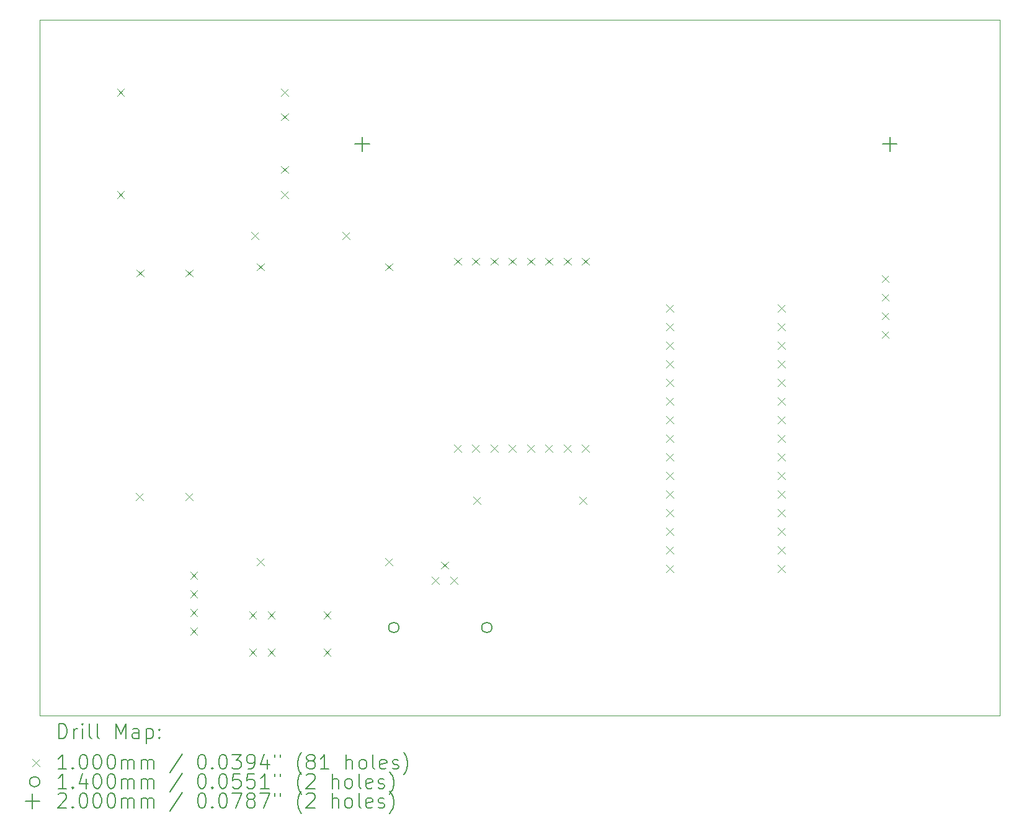
<source format=gbr>
%TF.GenerationSoftware,KiCad,Pcbnew,8.0.0*%
%TF.CreationDate,2024-04-01T01:40:06+02:00*%
%TF.ProjectId,smartSensor,736d6172-7453-4656-9e73-6f722e6b6963,rev?*%
%TF.SameCoordinates,Original*%
%TF.FileFunction,Drillmap*%
%TF.FilePolarity,Positive*%
%FSLAX45Y45*%
G04 Gerber Fmt 4.5, Leading zero omitted, Abs format (unit mm)*
G04 Created by KiCad (PCBNEW 8.0.0) date 2024-04-01 01:40:06*
%MOMM*%
%LPD*%
G01*
G04 APERTURE LIST*
%ADD10C,0.050000*%
%ADD11C,0.200000*%
%ADD12C,0.100000*%
%ADD13C,0.140000*%
G04 APERTURE END LIST*
D10*
X5300000Y-5500000D02*
X18400000Y-5500000D01*
X18400000Y-15000000D01*
X5300000Y-15000000D01*
X5300000Y-5500000D01*
D11*
D12*
X6351000Y-6440000D02*
X6451000Y-6540000D01*
X6451000Y-6440000D02*
X6351000Y-6540000D01*
X6351000Y-7840000D02*
X6451000Y-7940000D01*
X6451000Y-7840000D02*
X6351000Y-7940000D01*
X6612000Y-11961000D02*
X6712000Y-12061000D01*
X6712000Y-11961000D02*
X6612000Y-12061000D01*
X6619000Y-8911000D02*
X6719000Y-9011000D01*
X6719000Y-8911000D02*
X6619000Y-9011000D01*
X7289000Y-8911000D02*
X7389000Y-9011000D01*
X7389000Y-8911000D02*
X7289000Y-9011000D01*
X7289000Y-11961000D02*
X7389000Y-12061000D01*
X7389000Y-11961000D02*
X7289000Y-12061000D01*
X7350000Y-13042000D02*
X7450000Y-13142000D01*
X7450000Y-13042000D02*
X7350000Y-13142000D01*
X7350000Y-13296000D02*
X7450000Y-13396000D01*
X7450000Y-13296000D02*
X7350000Y-13396000D01*
X7350000Y-13550000D02*
X7450000Y-13650000D01*
X7450000Y-13550000D02*
X7350000Y-13650000D01*
X7350000Y-13804000D02*
X7450000Y-13904000D01*
X7450000Y-13804000D02*
X7350000Y-13904000D01*
X8154250Y-13582750D02*
X8254250Y-13682750D01*
X8254250Y-13582750D02*
X8154250Y-13682750D01*
X8154250Y-14090750D02*
X8254250Y-14190750D01*
X8254250Y-14090750D02*
X8154250Y-14190750D01*
X8181000Y-8401000D02*
X8281000Y-8501000D01*
X8281000Y-8401000D02*
X8181000Y-8501000D01*
X8260000Y-8826000D02*
X8360000Y-8926000D01*
X8360000Y-8826000D02*
X8260000Y-8926000D01*
X8260000Y-12854000D02*
X8360000Y-12954000D01*
X8360000Y-12854000D02*
X8260000Y-12954000D01*
X8408250Y-13582750D02*
X8508250Y-13682750D01*
X8508250Y-13582750D02*
X8408250Y-13682750D01*
X8408250Y-14090750D02*
X8508250Y-14190750D01*
X8508250Y-14090750D02*
X8408250Y-14190750D01*
X8591000Y-6440000D02*
X8691000Y-6540000D01*
X8691000Y-6440000D02*
X8591000Y-6540000D01*
X8591000Y-6778000D02*
X8691000Y-6878000D01*
X8691000Y-6778000D02*
X8591000Y-6878000D01*
X8591000Y-7498000D02*
X8691000Y-7598000D01*
X8691000Y-7498000D02*
X8591000Y-7598000D01*
X8591000Y-7839000D02*
X8691000Y-7939000D01*
X8691000Y-7839000D02*
X8591000Y-7939000D01*
X9170250Y-13582750D02*
X9270250Y-13682750D01*
X9270250Y-13582750D02*
X9170250Y-13682750D01*
X9170250Y-14090750D02*
X9270250Y-14190750D01*
X9270250Y-14090750D02*
X9170250Y-14190750D01*
X9431000Y-8401000D02*
X9531000Y-8501000D01*
X9531000Y-8401000D02*
X9431000Y-8501000D01*
X10010000Y-8826000D02*
X10110000Y-8926000D01*
X10110000Y-8826000D02*
X10010000Y-8926000D01*
X10010000Y-12854000D02*
X10110000Y-12954000D01*
X10110000Y-12854000D02*
X10010000Y-12954000D01*
X10650000Y-13110000D02*
X10750000Y-13210000D01*
X10750000Y-13110000D02*
X10650000Y-13210000D01*
X10777000Y-12900000D02*
X10877000Y-13000000D01*
X10877000Y-12900000D02*
X10777000Y-13000000D01*
X10900000Y-13110000D02*
X11000000Y-13210000D01*
X11000000Y-13110000D02*
X10900000Y-13210000D01*
X10950000Y-8750000D02*
X11050000Y-8850000D01*
X11050000Y-8750000D02*
X10950000Y-8850000D01*
X10950000Y-11300000D02*
X11050000Y-11400000D01*
X11050000Y-11300000D02*
X10950000Y-11400000D01*
X11200000Y-8750000D02*
X11300000Y-8850000D01*
X11300000Y-8750000D02*
X11200000Y-8850000D01*
X11200000Y-11300000D02*
X11300000Y-11400000D01*
X11300000Y-11300000D02*
X11200000Y-11400000D01*
X11215000Y-12014000D02*
X11315000Y-12114000D01*
X11315000Y-12014000D02*
X11215000Y-12114000D01*
X11450000Y-8750000D02*
X11550000Y-8850000D01*
X11550000Y-8750000D02*
X11450000Y-8850000D01*
X11450000Y-11300000D02*
X11550000Y-11400000D01*
X11550000Y-11300000D02*
X11450000Y-11400000D01*
X11700000Y-8750000D02*
X11800000Y-8850000D01*
X11800000Y-8750000D02*
X11700000Y-8850000D01*
X11700000Y-11300000D02*
X11800000Y-11400000D01*
X11800000Y-11300000D02*
X11700000Y-11400000D01*
X11950000Y-8750000D02*
X12050000Y-8850000D01*
X12050000Y-8750000D02*
X11950000Y-8850000D01*
X11950000Y-11300000D02*
X12050000Y-11400000D01*
X12050000Y-11300000D02*
X11950000Y-11400000D01*
X12200000Y-8750000D02*
X12300000Y-8850000D01*
X12300000Y-8750000D02*
X12200000Y-8850000D01*
X12200000Y-11300000D02*
X12300000Y-11400000D01*
X12300000Y-11300000D02*
X12200000Y-11400000D01*
X12450000Y-8750000D02*
X12550000Y-8850000D01*
X12550000Y-8750000D02*
X12450000Y-8850000D01*
X12450000Y-11300000D02*
X12550000Y-11400000D01*
X12550000Y-11300000D02*
X12450000Y-11400000D01*
X12665000Y-12014000D02*
X12765000Y-12114000D01*
X12765000Y-12014000D02*
X12665000Y-12114000D01*
X12700000Y-8750000D02*
X12800000Y-8850000D01*
X12800000Y-8750000D02*
X12700000Y-8850000D01*
X12700000Y-11300000D02*
X12800000Y-11400000D01*
X12800000Y-11300000D02*
X12700000Y-11400000D01*
X13850000Y-9388000D02*
X13950000Y-9488000D01*
X13950000Y-9388000D02*
X13850000Y-9488000D01*
X13850000Y-9642000D02*
X13950000Y-9742000D01*
X13950000Y-9642000D02*
X13850000Y-9742000D01*
X13850000Y-9896000D02*
X13950000Y-9996000D01*
X13950000Y-9896000D02*
X13850000Y-9996000D01*
X13850000Y-10150000D02*
X13950000Y-10250000D01*
X13950000Y-10150000D02*
X13850000Y-10250000D01*
X13850000Y-10404000D02*
X13950000Y-10504000D01*
X13950000Y-10404000D02*
X13850000Y-10504000D01*
X13850000Y-10658000D02*
X13950000Y-10758000D01*
X13950000Y-10658000D02*
X13850000Y-10758000D01*
X13850000Y-10912000D02*
X13950000Y-11012000D01*
X13950000Y-10912000D02*
X13850000Y-11012000D01*
X13850000Y-11166000D02*
X13950000Y-11266000D01*
X13950000Y-11166000D02*
X13850000Y-11266000D01*
X13850000Y-11420000D02*
X13950000Y-11520000D01*
X13950000Y-11420000D02*
X13850000Y-11520000D01*
X13850000Y-11674000D02*
X13950000Y-11774000D01*
X13950000Y-11674000D02*
X13850000Y-11774000D01*
X13850000Y-11928000D02*
X13950000Y-12028000D01*
X13950000Y-11928000D02*
X13850000Y-12028000D01*
X13850000Y-12182000D02*
X13950000Y-12282000D01*
X13950000Y-12182000D02*
X13850000Y-12282000D01*
X13850000Y-12436000D02*
X13950000Y-12536000D01*
X13950000Y-12436000D02*
X13850000Y-12536000D01*
X13850000Y-12690000D02*
X13950000Y-12790000D01*
X13950000Y-12690000D02*
X13850000Y-12790000D01*
X13850000Y-12944000D02*
X13950000Y-13044000D01*
X13950000Y-12944000D02*
X13850000Y-13044000D01*
X15374000Y-9388000D02*
X15474000Y-9488000D01*
X15474000Y-9388000D02*
X15374000Y-9488000D01*
X15374000Y-9642000D02*
X15474000Y-9742000D01*
X15474000Y-9642000D02*
X15374000Y-9742000D01*
X15374000Y-9896000D02*
X15474000Y-9996000D01*
X15474000Y-9896000D02*
X15374000Y-9996000D01*
X15374000Y-10150000D02*
X15474000Y-10250000D01*
X15474000Y-10150000D02*
X15374000Y-10250000D01*
X15374000Y-10404000D02*
X15474000Y-10504000D01*
X15474000Y-10404000D02*
X15374000Y-10504000D01*
X15374000Y-10658000D02*
X15474000Y-10758000D01*
X15474000Y-10658000D02*
X15374000Y-10758000D01*
X15374000Y-10912000D02*
X15474000Y-11012000D01*
X15474000Y-10912000D02*
X15374000Y-11012000D01*
X15374000Y-11166000D02*
X15474000Y-11266000D01*
X15474000Y-11166000D02*
X15374000Y-11266000D01*
X15374000Y-11420000D02*
X15474000Y-11520000D01*
X15474000Y-11420000D02*
X15374000Y-11520000D01*
X15374000Y-11674000D02*
X15474000Y-11774000D01*
X15474000Y-11674000D02*
X15374000Y-11774000D01*
X15374000Y-11928000D02*
X15474000Y-12028000D01*
X15474000Y-11928000D02*
X15374000Y-12028000D01*
X15374000Y-12182000D02*
X15474000Y-12282000D01*
X15474000Y-12182000D02*
X15374000Y-12282000D01*
X15374000Y-12436000D02*
X15474000Y-12536000D01*
X15474000Y-12436000D02*
X15374000Y-12536000D01*
X15374000Y-12690000D02*
X15474000Y-12790000D01*
X15474000Y-12690000D02*
X15374000Y-12790000D01*
X15374000Y-12944000D02*
X15474000Y-13044000D01*
X15474000Y-12944000D02*
X15374000Y-13044000D01*
X16790000Y-8988000D02*
X16890000Y-9088000D01*
X16890000Y-8988000D02*
X16790000Y-9088000D01*
X16790000Y-9242000D02*
X16890000Y-9342000D01*
X16890000Y-9242000D02*
X16790000Y-9342000D01*
X16790000Y-9496000D02*
X16890000Y-9596000D01*
X16890000Y-9496000D02*
X16790000Y-9596000D01*
X16790000Y-9750000D02*
X16890000Y-9850000D01*
X16890000Y-9750000D02*
X16790000Y-9850000D01*
D13*
X10200000Y-13800000D02*
G75*
G02*
X10060000Y-13800000I-70000J0D01*
G01*
X10060000Y-13800000D02*
G75*
G02*
X10200000Y-13800000I70000J0D01*
G01*
X11470000Y-13800000D02*
G75*
G02*
X11330000Y-13800000I-70000J0D01*
G01*
X11330000Y-13800000D02*
G75*
G02*
X11470000Y-13800000I70000J0D01*
G01*
D11*
X9700000Y-7100000D02*
X9700000Y-7300000D01*
X9600000Y-7200000D02*
X9800000Y-7200000D01*
X16900000Y-7100000D02*
X16900000Y-7300000D01*
X16800000Y-7200000D02*
X17000000Y-7200000D01*
X5558277Y-15313984D02*
X5558277Y-15113984D01*
X5558277Y-15113984D02*
X5605896Y-15113984D01*
X5605896Y-15113984D02*
X5634467Y-15123508D01*
X5634467Y-15123508D02*
X5653515Y-15142555D01*
X5653515Y-15142555D02*
X5663039Y-15161603D01*
X5663039Y-15161603D02*
X5672562Y-15199698D01*
X5672562Y-15199698D02*
X5672562Y-15228269D01*
X5672562Y-15228269D02*
X5663039Y-15266365D01*
X5663039Y-15266365D02*
X5653515Y-15285412D01*
X5653515Y-15285412D02*
X5634467Y-15304460D01*
X5634467Y-15304460D02*
X5605896Y-15313984D01*
X5605896Y-15313984D02*
X5558277Y-15313984D01*
X5758277Y-15313984D02*
X5758277Y-15180650D01*
X5758277Y-15218746D02*
X5767801Y-15199698D01*
X5767801Y-15199698D02*
X5777324Y-15190174D01*
X5777324Y-15190174D02*
X5796372Y-15180650D01*
X5796372Y-15180650D02*
X5815420Y-15180650D01*
X5882086Y-15313984D02*
X5882086Y-15180650D01*
X5882086Y-15113984D02*
X5872562Y-15123508D01*
X5872562Y-15123508D02*
X5882086Y-15133031D01*
X5882086Y-15133031D02*
X5891610Y-15123508D01*
X5891610Y-15123508D02*
X5882086Y-15113984D01*
X5882086Y-15113984D02*
X5882086Y-15133031D01*
X6005896Y-15313984D02*
X5986848Y-15304460D01*
X5986848Y-15304460D02*
X5977324Y-15285412D01*
X5977324Y-15285412D02*
X5977324Y-15113984D01*
X6110658Y-15313984D02*
X6091610Y-15304460D01*
X6091610Y-15304460D02*
X6082086Y-15285412D01*
X6082086Y-15285412D02*
X6082086Y-15113984D01*
X6339229Y-15313984D02*
X6339229Y-15113984D01*
X6339229Y-15113984D02*
X6405896Y-15256841D01*
X6405896Y-15256841D02*
X6472562Y-15113984D01*
X6472562Y-15113984D02*
X6472562Y-15313984D01*
X6653515Y-15313984D02*
X6653515Y-15209222D01*
X6653515Y-15209222D02*
X6643991Y-15190174D01*
X6643991Y-15190174D02*
X6624943Y-15180650D01*
X6624943Y-15180650D02*
X6586848Y-15180650D01*
X6586848Y-15180650D02*
X6567801Y-15190174D01*
X6653515Y-15304460D02*
X6634467Y-15313984D01*
X6634467Y-15313984D02*
X6586848Y-15313984D01*
X6586848Y-15313984D02*
X6567801Y-15304460D01*
X6567801Y-15304460D02*
X6558277Y-15285412D01*
X6558277Y-15285412D02*
X6558277Y-15266365D01*
X6558277Y-15266365D02*
X6567801Y-15247317D01*
X6567801Y-15247317D02*
X6586848Y-15237793D01*
X6586848Y-15237793D02*
X6634467Y-15237793D01*
X6634467Y-15237793D02*
X6653515Y-15228269D01*
X6748753Y-15180650D02*
X6748753Y-15380650D01*
X6748753Y-15190174D02*
X6767801Y-15180650D01*
X6767801Y-15180650D02*
X6805896Y-15180650D01*
X6805896Y-15180650D02*
X6824943Y-15190174D01*
X6824943Y-15190174D02*
X6834467Y-15199698D01*
X6834467Y-15199698D02*
X6843991Y-15218746D01*
X6843991Y-15218746D02*
X6843991Y-15275888D01*
X6843991Y-15275888D02*
X6834467Y-15294936D01*
X6834467Y-15294936D02*
X6824943Y-15304460D01*
X6824943Y-15304460D02*
X6805896Y-15313984D01*
X6805896Y-15313984D02*
X6767801Y-15313984D01*
X6767801Y-15313984D02*
X6748753Y-15304460D01*
X6929705Y-15294936D02*
X6939229Y-15304460D01*
X6939229Y-15304460D02*
X6929705Y-15313984D01*
X6929705Y-15313984D02*
X6920182Y-15304460D01*
X6920182Y-15304460D02*
X6929705Y-15294936D01*
X6929705Y-15294936D02*
X6929705Y-15313984D01*
X6929705Y-15190174D02*
X6939229Y-15199698D01*
X6939229Y-15199698D02*
X6929705Y-15209222D01*
X6929705Y-15209222D02*
X6920182Y-15199698D01*
X6920182Y-15199698D02*
X6929705Y-15190174D01*
X6929705Y-15190174D02*
X6929705Y-15209222D01*
D12*
X5197500Y-15592500D02*
X5297500Y-15692500D01*
X5297500Y-15592500D02*
X5197500Y-15692500D01*
D11*
X5663039Y-15733984D02*
X5548753Y-15733984D01*
X5605896Y-15733984D02*
X5605896Y-15533984D01*
X5605896Y-15533984D02*
X5586848Y-15562555D01*
X5586848Y-15562555D02*
X5567801Y-15581603D01*
X5567801Y-15581603D02*
X5548753Y-15591127D01*
X5748753Y-15714936D02*
X5758277Y-15724460D01*
X5758277Y-15724460D02*
X5748753Y-15733984D01*
X5748753Y-15733984D02*
X5739229Y-15724460D01*
X5739229Y-15724460D02*
X5748753Y-15714936D01*
X5748753Y-15714936D02*
X5748753Y-15733984D01*
X5882086Y-15533984D02*
X5901134Y-15533984D01*
X5901134Y-15533984D02*
X5920182Y-15543508D01*
X5920182Y-15543508D02*
X5929705Y-15553031D01*
X5929705Y-15553031D02*
X5939229Y-15572079D01*
X5939229Y-15572079D02*
X5948753Y-15610174D01*
X5948753Y-15610174D02*
X5948753Y-15657793D01*
X5948753Y-15657793D02*
X5939229Y-15695888D01*
X5939229Y-15695888D02*
X5929705Y-15714936D01*
X5929705Y-15714936D02*
X5920182Y-15724460D01*
X5920182Y-15724460D02*
X5901134Y-15733984D01*
X5901134Y-15733984D02*
X5882086Y-15733984D01*
X5882086Y-15733984D02*
X5863039Y-15724460D01*
X5863039Y-15724460D02*
X5853515Y-15714936D01*
X5853515Y-15714936D02*
X5843991Y-15695888D01*
X5843991Y-15695888D02*
X5834467Y-15657793D01*
X5834467Y-15657793D02*
X5834467Y-15610174D01*
X5834467Y-15610174D02*
X5843991Y-15572079D01*
X5843991Y-15572079D02*
X5853515Y-15553031D01*
X5853515Y-15553031D02*
X5863039Y-15543508D01*
X5863039Y-15543508D02*
X5882086Y-15533984D01*
X6072562Y-15533984D02*
X6091610Y-15533984D01*
X6091610Y-15533984D02*
X6110658Y-15543508D01*
X6110658Y-15543508D02*
X6120182Y-15553031D01*
X6120182Y-15553031D02*
X6129705Y-15572079D01*
X6129705Y-15572079D02*
X6139229Y-15610174D01*
X6139229Y-15610174D02*
X6139229Y-15657793D01*
X6139229Y-15657793D02*
X6129705Y-15695888D01*
X6129705Y-15695888D02*
X6120182Y-15714936D01*
X6120182Y-15714936D02*
X6110658Y-15724460D01*
X6110658Y-15724460D02*
X6091610Y-15733984D01*
X6091610Y-15733984D02*
X6072562Y-15733984D01*
X6072562Y-15733984D02*
X6053515Y-15724460D01*
X6053515Y-15724460D02*
X6043991Y-15714936D01*
X6043991Y-15714936D02*
X6034467Y-15695888D01*
X6034467Y-15695888D02*
X6024943Y-15657793D01*
X6024943Y-15657793D02*
X6024943Y-15610174D01*
X6024943Y-15610174D02*
X6034467Y-15572079D01*
X6034467Y-15572079D02*
X6043991Y-15553031D01*
X6043991Y-15553031D02*
X6053515Y-15543508D01*
X6053515Y-15543508D02*
X6072562Y-15533984D01*
X6263039Y-15533984D02*
X6282086Y-15533984D01*
X6282086Y-15533984D02*
X6301134Y-15543508D01*
X6301134Y-15543508D02*
X6310658Y-15553031D01*
X6310658Y-15553031D02*
X6320182Y-15572079D01*
X6320182Y-15572079D02*
X6329705Y-15610174D01*
X6329705Y-15610174D02*
X6329705Y-15657793D01*
X6329705Y-15657793D02*
X6320182Y-15695888D01*
X6320182Y-15695888D02*
X6310658Y-15714936D01*
X6310658Y-15714936D02*
X6301134Y-15724460D01*
X6301134Y-15724460D02*
X6282086Y-15733984D01*
X6282086Y-15733984D02*
X6263039Y-15733984D01*
X6263039Y-15733984D02*
X6243991Y-15724460D01*
X6243991Y-15724460D02*
X6234467Y-15714936D01*
X6234467Y-15714936D02*
X6224943Y-15695888D01*
X6224943Y-15695888D02*
X6215420Y-15657793D01*
X6215420Y-15657793D02*
X6215420Y-15610174D01*
X6215420Y-15610174D02*
X6224943Y-15572079D01*
X6224943Y-15572079D02*
X6234467Y-15553031D01*
X6234467Y-15553031D02*
X6243991Y-15543508D01*
X6243991Y-15543508D02*
X6263039Y-15533984D01*
X6415420Y-15733984D02*
X6415420Y-15600650D01*
X6415420Y-15619698D02*
X6424943Y-15610174D01*
X6424943Y-15610174D02*
X6443991Y-15600650D01*
X6443991Y-15600650D02*
X6472563Y-15600650D01*
X6472563Y-15600650D02*
X6491610Y-15610174D01*
X6491610Y-15610174D02*
X6501134Y-15629222D01*
X6501134Y-15629222D02*
X6501134Y-15733984D01*
X6501134Y-15629222D02*
X6510658Y-15610174D01*
X6510658Y-15610174D02*
X6529705Y-15600650D01*
X6529705Y-15600650D02*
X6558277Y-15600650D01*
X6558277Y-15600650D02*
X6577324Y-15610174D01*
X6577324Y-15610174D02*
X6586848Y-15629222D01*
X6586848Y-15629222D02*
X6586848Y-15733984D01*
X6682086Y-15733984D02*
X6682086Y-15600650D01*
X6682086Y-15619698D02*
X6691610Y-15610174D01*
X6691610Y-15610174D02*
X6710658Y-15600650D01*
X6710658Y-15600650D02*
X6739229Y-15600650D01*
X6739229Y-15600650D02*
X6758277Y-15610174D01*
X6758277Y-15610174D02*
X6767801Y-15629222D01*
X6767801Y-15629222D02*
X6767801Y-15733984D01*
X6767801Y-15629222D02*
X6777324Y-15610174D01*
X6777324Y-15610174D02*
X6796372Y-15600650D01*
X6796372Y-15600650D02*
X6824943Y-15600650D01*
X6824943Y-15600650D02*
X6843991Y-15610174D01*
X6843991Y-15610174D02*
X6853515Y-15629222D01*
X6853515Y-15629222D02*
X6853515Y-15733984D01*
X7243991Y-15524460D02*
X7072563Y-15781603D01*
X7501134Y-15533984D02*
X7520182Y-15533984D01*
X7520182Y-15533984D02*
X7539229Y-15543508D01*
X7539229Y-15543508D02*
X7548753Y-15553031D01*
X7548753Y-15553031D02*
X7558277Y-15572079D01*
X7558277Y-15572079D02*
X7567801Y-15610174D01*
X7567801Y-15610174D02*
X7567801Y-15657793D01*
X7567801Y-15657793D02*
X7558277Y-15695888D01*
X7558277Y-15695888D02*
X7548753Y-15714936D01*
X7548753Y-15714936D02*
X7539229Y-15724460D01*
X7539229Y-15724460D02*
X7520182Y-15733984D01*
X7520182Y-15733984D02*
X7501134Y-15733984D01*
X7501134Y-15733984D02*
X7482086Y-15724460D01*
X7482086Y-15724460D02*
X7472563Y-15714936D01*
X7472563Y-15714936D02*
X7463039Y-15695888D01*
X7463039Y-15695888D02*
X7453515Y-15657793D01*
X7453515Y-15657793D02*
X7453515Y-15610174D01*
X7453515Y-15610174D02*
X7463039Y-15572079D01*
X7463039Y-15572079D02*
X7472563Y-15553031D01*
X7472563Y-15553031D02*
X7482086Y-15543508D01*
X7482086Y-15543508D02*
X7501134Y-15533984D01*
X7653515Y-15714936D02*
X7663039Y-15724460D01*
X7663039Y-15724460D02*
X7653515Y-15733984D01*
X7653515Y-15733984D02*
X7643991Y-15724460D01*
X7643991Y-15724460D02*
X7653515Y-15714936D01*
X7653515Y-15714936D02*
X7653515Y-15733984D01*
X7786848Y-15533984D02*
X7805896Y-15533984D01*
X7805896Y-15533984D02*
X7824944Y-15543508D01*
X7824944Y-15543508D02*
X7834467Y-15553031D01*
X7834467Y-15553031D02*
X7843991Y-15572079D01*
X7843991Y-15572079D02*
X7853515Y-15610174D01*
X7853515Y-15610174D02*
X7853515Y-15657793D01*
X7853515Y-15657793D02*
X7843991Y-15695888D01*
X7843991Y-15695888D02*
X7834467Y-15714936D01*
X7834467Y-15714936D02*
X7824944Y-15724460D01*
X7824944Y-15724460D02*
X7805896Y-15733984D01*
X7805896Y-15733984D02*
X7786848Y-15733984D01*
X7786848Y-15733984D02*
X7767801Y-15724460D01*
X7767801Y-15724460D02*
X7758277Y-15714936D01*
X7758277Y-15714936D02*
X7748753Y-15695888D01*
X7748753Y-15695888D02*
X7739229Y-15657793D01*
X7739229Y-15657793D02*
X7739229Y-15610174D01*
X7739229Y-15610174D02*
X7748753Y-15572079D01*
X7748753Y-15572079D02*
X7758277Y-15553031D01*
X7758277Y-15553031D02*
X7767801Y-15543508D01*
X7767801Y-15543508D02*
X7786848Y-15533984D01*
X7920182Y-15533984D02*
X8043991Y-15533984D01*
X8043991Y-15533984D02*
X7977325Y-15610174D01*
X7977325Y-15610174D02*
X8005896Y-15610174D01*
X8005896Y-15610174D02*
X8024944Y-15619698D01*
X8024944Y-15619698D02*
X8034467Y-15629222D01*
X8034467Y-15629222D02*
X8043991Y-15648269D01*
X8043991Y-15648269D02*
X8043991Y-15695888D01*
X8043991Y-15695888D02*
X8034467Y-15714936D01*
X8034467Y-15714936D02*
X8024944Y-15724460D01*
X8024944Y-15724460D02*
X8005896Y-15733984D01*
X8005896Y-15733984D02*
X7948753Y-15733984D01*
X7948753Y-15733984D02*
X7929706Y-15724460D01*
X7929706Y-15724460D02*
X7920182Y-15714936D01*
X8139229Y-15733984D02*
X8177325Y-15733984D01*
X8177325Y-15733984D02*
X8196372Y-15724460D01*
X8196372Y-15724460D02*
X8205896Y-15714936D01*
X8205896Y-15714936D02*
X8224944Y-15686365D01*
X8224944Y-15686365D02*
X8234467Y-15648269D01*
X8234467Y-15648269D02*
X8234467Y-15572079D01*
X8234467Y-15572079D02*
X8224944Y-15553031D01*
X8224944Y-15553031D02*
X8215420Y-15543508D01*
X8215420Y-15543508D02*
X8196372Y-15533984D01*
X8196372Y-15533984D02*
X8158277Y-15533984D01*
X8158277Y-15533984D02*
X8139229Y-15543508D01*
X8139229Y-15543508D02*
X8129706Y-15553031D01*
X8129706Y-15553031D02*
X8120182Y-15572079D01*
X8120182Y-15572079D02*
X8120182Y-15619698D01*
X8120182Y-15619698D02*
X8129706Y-15638746D01*
X8129706Y-15638746D02*
X8139229Y-15648269D01*
X8139229Y-15648269D02*
X8158277Y-15657793D01*
X8158277Y-15657793D02*
X8196372Y-15657793D01*
X8196372Y-15657793D02*
X8215420Y-15648269D01*
X8215420Y-15648269D02*
X8224944Y-15638746D01*
X8224944Y-15638746D02*
X8234467Y-15619698D01*
X8405896Y-15600650D02*
X8405896Y-15733984D01*
X8358277Y-15524460D02*
X8310658Y-15667317D01*
X8310658Y-15667317D02*
X8434468Y-15667317D01*
X8501134Y-15533984D02*
X8501134Y-15572079D01*
X8577325Y-15533984D02*
X8577325Y-15572079D01*
X8872563Y-15810174D02*
X8863039Y-15800650D01*
X8863039Y-15800650D02*
X8843991Y-15772079D01*
X8843991Y-15772079D02*
X8834468Y-15753031D01*
X8834468Y-15753031D02*
X8824944Y-15724460D01*
X8824944Y-15724460D02*
X8815420Y-15676841D01*
X8815420Y-15676841D02*
X8815420Y-15638746D01*
X8815420Y-15638746D02*
X8824944Y-15591127D01*
X8824944Y-15591127D02*
X8834468Y-15562555D01*
X8834468Y-15562555D02*
X8843991Y-15543508D01*
X8843991Y-15543508D02*
X8863039Y-15514936D01*
X8863039Y-15514936D02*
X8872563Y-15505412D01*
X8977325Y-15619698D02*
X8958277Y-15610174D01*
X8958277Y-15610174D02*
X8948753Y-15600650D01*
X8948753Y-15600650D02*
X8939230Y-15581603D01*
X8939230Y-15581603D02*
X8939230Y-15572079D01*
X8939230Y-15572079D02*
X8948753Y-15553031D01*
X8948753Y-15553031D02*
X8958277Y-15543508D01*
X8958277Y-15543508D02*
X8977325Y-15533984D01*
X8977325Y-15533984D02*
X9015420Y-15533984D01*
X9015420Y-15533984D02*
X9034468Y-15543508D01*
X9034468Y-15543508D02*
X9043991Y-15553031D01*
X9043991Y-15553031D02*
X9053515Y-15572079D01*
X9053515Y-15572079D02*
X9053515Y-15581603D01*
X9053515Y-15581603D02*
X9043991Y-15600650D01*
X9043991Y-15600650D02*
X9034468Y-15610174D01*
X9034468Y-15610174D02*
X9015420Y-15619698D01*
X9015420Y-15619698D02*
X8977325Y-15619698D01*
X8977325Y-15619698D02*
X8958277Y-15629222D01*
X8958277Y-15629222D02*
X8948753Y-15638746D01*
X8948753Y-15638746D02*
X8939230Y-15657793D01*
X8939230Y-15657793D02*
X8939230Y-15695888D01*
X8939230Y-15695888D02*
X8948753Y-15714936D01*
X8948753Y-15714936D02*
X8958277Y-15724460D01*
X8958277Y-15724460D02*
X8977325Y-15733984D01*
X8977325Y-15733984D02*
X9015420Y-15733984D01*
X9015420Y-15733984D02*
X9034468Y-15724460D01*
X9034468Y-15724460D02*
X9043991Y-15714936D01*
X9043991Y-15714936D02*
X9053515Y-15695888D01*
X9053515Y-15695888D02*
X9053515Y-15657793D01*
X9053515Y-15657793D02*
X9043991Y-15638746D01*
X9043991Y-15638746D02*
X9034468Y-15629222D01*
X9034468Y-15629222D02*
X9015420Y-15619698D01*
X9243991Y-15733984D02*
X9129706Y-15733984D01*
X9186849Y-15733984D02*
X9186849Y-15533984D01*
X9186849Y-15533984D02*
X9167801Y-15562555D01*
X9167801Y-15562555D02*
X9148753Y-15581603D01*
X9148753Y-15581603D02*
X9129706Y-15591127D01*
X9482087Y-15733984D02*
X9482087Y-15533984D01*
X9567801Y-15733984D02*
X9567801Y-15629222D01*
X9567801Y-15629222D02*
X9558277Y-15610174D01*
X9558277Y-15610174D02*
X9539230Y-15600650D01*
X9539230Y-15600650D02*
X9510658Y-15600650D01*
X9510658Y-15600650D02*
X9491611Y-15610174D01*
X9491611Y-15610174D02*
X9482087Y-15619698D01*
X9691611Y-15733984D02*
X9672563Y-15724460D01*
X9672563Y-15724460D02*
X9663039Y-15714936D01*
X9663039Y-15714936D02*
X9653515Y-15695888D01*
X9653515Y-15695888D02*
X9653515Y-15638746D01*
X9653515Y-15638746D02*
X9663039Y-15619698D01*
X9663039Y-15619698D02*
X9672563Y-15610174D01*
X9672563Y-15610174D02*
X9691611Y-15600650D01*
X9691611Y-15600650D02*
X9720182Y-15600650D01*
X9720182Y-15600650D02*
X9739230Y-15610174D01*
X9739230Y-15610174D02*
X9748753Y-15619698D01*
X9748753Y-15619698D02*
X9758277Y-15638746D01*
X9758277Y-15638746D02*
X9758277Y-15695888D01*
X9758277Y-15695888D02*
X9748753Y-15714936D01*
X9748753Y-15714936D02*
X9739230Y-15724460D01*
X9739230Y-15724460D02*
X9720182Y-15733984D01*
X9720182Y-15733984D02*
X9691611Y-15733984D01*
X9872563Y-15733984D02*
X9853515Y-15724460D01*
X9853515Y-15724460D02*
X9843992Y-15705412D01*
X9843992Y-15705412D02*
X9843992Y-15533984D01*
X10024944Y-15724460D02*
X10005896Y-15733984D01*
X10005896Y-15733984D02*
X9967801Y-15733984D01*
X9967801Y-15733984D02*
X9948753Y-15724460D01*
X9948753Y-15724460D02*
X9939230Y-15705412D01*
X9939230Y-15705412D02*
X9939230Y-15629222D01*
X9939230Y-15629222D02*
X9948753Y-15610174D01*
X9948753Y-15610174D02*
X9967801Y-15600650D01*
X9967801Y-15600650D02*
X10005896Y-15600650D01*
X10005896Y-15600650D02*
X10024944Y-15610174D01*
X10024944Y-15610174D02*
X10034468Y-15629222D01*
X10034468Y-15629222D02*
X10034468Y-15648269D01*
X10034468Y-15648269D02*
X9939230Y-15667317D01*
X10110658Y-15724460D02*
X10129706Y-15733984D01*
X10129706Y-15733984D02*
X10167801Y-15733984D01*
X10167801Y-15733984D02*
X10186849Y-15724460D01*
X10186849Y-15724460D02*
X10196373Y-15705412D01*
X10196373Y-15705412D02*
X10196373Y-15695888D01*
X10196373Y-15695888D02*
X10186849Y-15676841D01*
X10186849Y-15676841D02*
X10167801Y-15667317D01*
X10167801Y-15667317D02*
X10139230Y-15667317D01*
X10139230Y-15667317D02*
X10120182Y-15657793D01*
X10120182Y-15657793D02*
X10110658Y-15638746D01*
X10110658Y-15638746D02*
X10110658Y-15629222D01*
X10110658Y-15629222D02*
X10120182Y-15610174D01*
X10120182Y-15610174D02*
X10139230Y-15600650D01*
X10139230Y-15600650D02*
X10167801Y-15600650D01*
X10167801Y-15600650D02*
X10186849Y-15610174D01*
X10263039Y-15810174D02*
X10272563Y-15800650D01*
X10272563Y-15800650D02*
X10291611Y-15772079D01*
X10291611Y-15772079D02*
X10301134Y-15753031D01*
X10301134Y-15753031D02*
X10310658Y-15724460D01*
X10310658Y-15724460D02*
X10320182Y-15676841D01*
X10320182Y-15676841D02*
X10320182Y-15638746D01*
X10320182Y-15638746D02*
X10310658Y-15591127D01*
X10310658Y-15591127D02*
X10301134Y-15562555D01*
X10301134Y-15562555D02*
X10291611Y-15543508D01*
X10291611Y-15543508D02*
X10272563Y-15514936D01*
X10272563Y-15514936D02*
X10263039Y-15505412D01*
D13*
X5297500Y-15906500D02*
G75*
G02*
X5157500Y-15906500I-70000J0D01*
G01*
X5157500Y-15906500D02*
G75*
G02*
X5297500Y-15906500I70000J0D01*
G01*
D11*
X5663039Y-15997984D02*
X5548753Y-15997984D01*
X5605896Y-15997984D02*
X5605896Y-15797984D01*
X5605896Y-15797984D02*
X5586848Y-15826555D01*
X5586848Y-15826555D02*
X5567801Y-15845603D01*
X5567801Y-15845603D02*
X5548753Y-15855127D01*
X5748753Y-15978936D02*
X5758277Y-15988460D01*
X5758277Y-15988460D02*
X5748753Y-15997984D01*
X5748753Y-15997984D02*
X5739229Y-15988460D01*
X5739229Y-15988460D02*
X5748753Y-15978936D01*
X5748753Y-15978936D02*
X5748753Y-15997984D01*
X5929705Y-15864650D02*
X5929705Y-15997984D01*
X5882086Y-15788460D02*
X5834467Y-15931317D01*
X5834467Y-15931317D02*
X5958277Y-15931317D01*
X6072562Y-15797984D02*
X6091610Y-15797984D01*
X6091610Y-15797984D02*
X6110658Y-15807508D01*
X6110658Y-15807508D02*
X6120182Y-15817031D01*
X6120182Y-15817031D02*
X6129705Y-15836079D01*
X6129705Y-15836079D02*
X6139229Y-15874174D01*
X6139229Y-15874174D02*
X6139229Y-15921793D01*
X6139229Y-15921793D02*
X6129705Y-15959888D01*
X6129705Y-15959888D02*
X6120182Y-15978936D01*
X6120182Y-15978936D02*
X6110658Y-15988460D01*
X6110658Y-15988460D02*
X6091610Y-15997984D01*
X6091610Y-15997984D02*
X6072562Y-15997984D01*
X6072562Y-15997984D02*
X6053515Y-15988460D01*
X6053515Y-15988460D02*
X6043991Y-15978936D01*
X6043991Y-15978936D02*
X6034467Y-15959888D01*
X6034467Y-15959888D02*
X6024943Y-15921793D01*
X6024943Y-15921793D02*
X6024943Y-15874174D01*
X6024943Y-15874174D02*
X6034467Y-15836079D01*
X6034467Y-15836079D02*
X6043991Y-15817031D01*
X6043991Y-15817031D02*
X6053515Y-15807508D01*
X6053515Y-15807508D02*
X6072562Y-15797984D01*
X6263039Y-15797984D02*
X6282086Y-15797984D01*
X6282086Y-15797984D02*
X6301134Y-15807508D01*
X6301134Y-15807508D02*
X6310658Y-15817031D01*
X6310658Y-15817031D02*
X6320182Y-15836079D01*
X6320182Y-15836079D02*
X6329705Y-15874174D01*
X6329705Y-15874174D02*
X6329705Y-15921793D01*
X6329705Y-15921793D02*
X6320182Y-15959888D01*
X6320182Y-15959888D02*
X6310658Y-15978936D01*
X6310658Y-15978936D02*
X6301134Y-15988460D01*
X6301134Y-15988460D02*
X6282086Y-15997984D01*
X6282086Y-15997984D02*
X6263039Y-15997984D01*
X6263039Y-15997984D02*
X6243991Y-15988460D01*
X6243991Y-15988460D02*
X6234467Y-15978936D01*
X6234467Y-15978936D02*
X6224943Y-15959888D01*
X6224943Y-15959888D02*
X6215420Y-15921793D01*
X6215420Y-15921793D02*
X6215420Y-15874174D01*
X6215420Y-15874174D02*
X6224943Y-15836079D01*
X6224943Y-15836079D02*
X6234467Y-15817031D01*
X6234467Y-15817031D02*
X6243991Y-15807508D01*
X6243991Y-15807508D02*
X6263039Y-15797984D01*
X6415420Y-15997984D02*
X6415420Y-15864650D01*
X6415420Y-15883698D02*
X6424943Y-15874174D01*
X6424943Y-15874174D02*
X6443991Y-15864650D01*
X6443991Y-15864650D02*
X6472563Y-15864650D01*
X6472563Y-15864650D02*
X6491610Y-15874174D01*
X6491610Y-15874174D02*
X6501134Y-15893222D01*
X6501134Y-15893222D02*
X6501134Y-15997984D01*
X6501134Y-15893222D02*
X6510658Y-15874174D01*
X6510658Y-15874174D02*
X6529705Y-15864650D01*
X6529705Y-15864650D02*
X6558277Y-15864650D01*
X6558277Y-15864650D02*
X6577324Y-15874174D01*
X6577324Y-15874174D02*
X6586848Y-15893222D01*
X6586848Y-15893222D02*
X6586848Y-15997984D01*
X6682086Y-15997984D02*
X6682086Y-15864650D01*
X6682086Y-15883698D02*
X6691610Y-15874174D01*
X6691610Y-15874174D02*
X6710658Y-15864650D01*
X6710658Y-15864650D02*
X6739229Y-15864650D01*
X6739229Y-15864650D02*
X6758277Y-15874174D01*
X6758277Y-15874174D02*
X6767801Y-15893222D01*
X6767801Y-15893222D02*
X6767801Y-15997984D01*
X6767801Y-15893222D02*
X6777324Y-15874174D01*
X6777324Y-15874174D02*
X6796372Y-15864650D01*
X6796372Y-15864650D02*
X6824943Y-15864650D01*
X6824943Y-15864650D02*
X6843991Y-15874174D01*
X6843991Y-15874174D02*
X6853515Y-15893222D01*
X6853515Y-15893222D02*
X6853515Y-15997984D01*
X7243991Y-15788460D02*
X7072563Y-16045603D01*
X7501134Y-15797984D02*
X7520182Y-15797984D01*
X7520182Y-15797984D02*
X7539229Y-15807508D01*
X7539229Y-15807508D02*
X7548753Y-15817031D01*
X7548753Y-15817031D02*
X7558277Y-15836079D01*
X7558277Y-15836079D02*
X7567801Y-15874174D01*
X7567801Y-15874174D02*
X7567801Y-15921793D01*
X7567801Y-15921793D02*
X7558277Y-15959888D01*
X7558277Y-15959888D02*
X7548753Y-15978936D01*
X7548753Y-15978936D02*
X7539229Y-15988460D01*
X7539229Y-15988460D02*
X7520182Y-15997984D01*
X7520182Y-15997984D02*
X7501134Y-15997984D01*
X7501134Y-15997984D02*
X7482086Y-15988460D01*
X7482086Y-15988460D02*
X7472563Y-15978936D01*
X7472563Y-15978936D02*
X7463039Y-15959888D01*
X7463039Y-15959888D02*
X7453515Y-15921793D01*
X7453515Y-15921793D02*
X7453515Y-15874174D01*
X7453515Y-15874174D02*
X7463039Y-15836079D01*
X7463039Y-15836079D02*
X7472563Y-15817031D01*
X7472563Y-15817031D02*
X7482086Y-15807508D01*
X7482086Y-15807508D02*
X7501134Y-15797984D01*
X7653515Y-15978936D02*
X7663039Y-15988460D01*
X7663039Y-15988460D02*
X7653515Y-15997984D01*
X7653515Y-15997984D02*
X7643991Y-15988460D01*
X7643991Y-15988460D02*
X7653515Y-15978936D01*
X7653515Y-15978936D02*
X7653515Y-15997984D01*
X7786848Y-15797984D02*
X7805896Y-15797984D01*
X7805896Y-15797984D02*
X7824944Y-15807508D01*
X7824944Y-15807508D02*
X7834467Y-15817031D01*
X7834467Y-15817031D02*
X7843991Y-15836079D01*
X7843991Y-15836079D02*
X7853515Y-15874174D01*
X7853515Y-15874174D02*
X7853515Y-15921793D01*
X7853515Y-15921793D02*
X7843991Y-15959888D01*
X7843991Y-15959888D02*
X7834467Y-15978936D01*
X7834467Y-15978936D02*
X7824944Y-15988460D01*
X7824944Y-15988460D02*
X7805896Y-15997984D01*
X7805896Y-15997984D02*
X7786848Y-15997984D01*
X7786848Y-15997984D02*
X7767801Y-15988460D01*
X7767801Y-15988460D02*
X7758277Y-15978936D01*
X7758277Y-15978936D02*
X7748753Y-15959888D01*
X7748753Y-15959888D02*
X7739229Y-15921793D01*
X7739229Y-15921793D02*
X7739229Y-15874174D01*
X7739229Y-15874174D02*
X7748753Y-15836079D01*
X7748753Y-15836079D02*
X7758277Y-15817031D01*
X7758277Y-15817031D02*
X7767801Y-15807508D01*
X7767801Y-15807508D02*
X7786848Y-15797984D01*
X8034467Y-15797984D02*
X7939229Y-15797984D01*
X7939229Y-15797984D02*
X7929706Y-15893222D01*
X7929706Y-15893222D02*
X7939229Y-15883698D01*
X7939229Y-15883698D02*
X7958277Y-15874174D01*
X7958277Y-15874174D02*
X8005896Y-15874174D01*
X8005896Y-15874174D02*
X8024944Y-15883698D01*
X8024944Y-15883698D02*
X8034467Y-15893222D01*
X8034467Y-15893222D02*
X8043991Y-15912269D01*
X8043991Y-15912269D02*
X8043991Y-15959888D01*
X8043991Y-15959888D02*
X8034467Y-15978936D01*
X8034467Y-15978936D02*
X8024944Y-15988460D01*
X8024944Y-15988460D02*
X8005896Y-15997984D01*
X8005896Y-15997984D02*
X7958277Y-15997984D01*
X7958277Y-15997984D02*
X7939229Y-15988460D01*
X7939229Y-15988460D02*
X7929706Y-15978936D01*
X8224944Y-15797984D02*
X8129706Y-15797984D01*
X8129706Y-15797984D02*
X8120182Y-15893222D01*
X8120182Y-15893222D02*
X8129706Y-15883698D01*
X8129706Y-15883698D02*
X8148753Y-15874174D01*
X8148753Y-15874174D02*
X8196372Y-15874174D01*
X8196372Y-15874174D02*
X8215420Y-15883698D01*
X8215420Y-15883698D02*
X8224944Y-15893222D01*
X8224944Y-15893222D02*
X8234467Y-15912269D01*
X8234467Y-15912269D02*
X8234467Y-15959888D01*
X8234467Y-15959888D02*
X8224944Y-15978936D01*
X8224944Y-15978936D02*
X8215420Y-15988460D01*
X8215420Y-15988460D02*
X8196372Y-15997984D01*
X8196372Y-15997984D02*
X8148753Y-15997984D01*
X8148753Y-15997984D02*
X8129706Y-15988460D01*
X8129706Y-15988460D02*
X8120182Y-15978936D01*
X8424944Y-15997984D02*
X8310658Y-15997984D01*
X8367801Y-15997984D02*
X8367801Y-15797984D01*
X8367801Y-15797984D02*
X8348753Y-15826555D01*
X8348753Y-15826555D02*
X8329706Y-15845603D01*
X8329706Y-15845603D02*
X8310658Y-15855127D01*
X8501134Y-15797984D02*
X8501134Y-15836079D01*
X8577325Y-15797984D02*
X8577325Y-15836079D01*
X8872563Y-16074174D02*
X8863039Y-16064650D01*
X8863039Y-16064650D02*
X8843991Y-16036079D01*
X8843991Y-16036079D02*
X8834468Y-16017031D01*
X8834468Y-16017031D02*
X8824944Y-15988460D01*
X8824944Y-15988460D02*
X8815420Y-15940841D01*
X8815420Y-15940841D02*
X8815420Y-15902746D01*
X8815420Y-15902746D02*
X8824944Y-15855127D01*
X8824944Y-15855127D02*
X8834468Y-15826555D01*
X8834468Y-15826555D02*
X8843991Y-15807508D01*
X8843991Y-15807508D02*
X8863039Y-15778936D01*
X8863039Y-15778936D02*
X8872563Y-15769412D01*
X8939230Y-15817031D02*
X8948753Y-15807508D01*
X8948753Y-15807508D02*
X8967801Y-15797984D01*
X8967801Y-15797984D02*
X9015420Y-15797984D01*
X9015420Y-15797984D02*
X9034468Y-15807508D01*
X9034468Y-15807508D02*
X9043991Y-15817031D01*
X9043991Y-15817031D02*
X9053515Y-15836079D01*
X9053515Y-15836079D02*
X9053515Y-15855127D01*
X9053515Y-15855127D02*
X9043991Y-15883698D01*
X9043991Y-15883698D02*
X8929706Y-15997984D01*
X8929706Y-15997984D02*
X9053515Y-15997984D01*
X9291611Y-15997984D02*
X9291611Y-15797984D01*
X9377325Y-15997984D02*
X9377325Y-15893222D01*
X9377325Y-15893222D02*
X9367801Y-15874174D01*
X9367801Y-15874174D02*
X9348753Y-15864650D01*
X9348753Y-15864650D02*
X9320182Y-15864650D01*
X9320182Y-15864650D02*
X9301134Y-15874174D01*
X9301134Y-15874174D02*
X9291611Y-15883698D01*
X9501134Y-15997984D02*
X9482087Y-15988460D01*
X9482087Y-15988460D02*
X9472563Y-15978936D01*
X9472563Y-15978936D02*
X9463039Y-15959888D01*
X9463039Y-15959888D02*
X9463039Y-15902746D01*
X9463039Y-15902746D02*
X9472563Y-15883698D01*
X9472563Y-15883698D02*
X9482087Y-15874174D01*
X9482087Y-15874174D02*
X9501134Y-15864650D01*
X9501134Y-15864650D02*
X9529706Y-15864650D01*
X9529706Y-15864650D02*
X9548753Y-15874174D01*
X9548753Y-15874174D02*
X9558277Y-15883698D01*
X9558277Y-15883698D02*
X9567801Y-15902746D01*
X9567801Y-15902746D02*
X9567801Y-15959888D01*
X9567801Y-15959888D02*
X9558277Y-15978936D01*
X9558277Y-15978936D02*
X9548753Y-15988460D01*
X9548753Y-15988460D02*
X9529706Y-15997984D01*
X9529706Y-15997984D02*
X9501134Y-15997984D01*
X9682087Y-15997984D02*
X9663039Y-15988460D01*
X9663039Y-15988460D02*
X9653515Y-15969412D01*
X9653515Y-15969412D02*
X9653515Y-15797984D01*
X9834468Y-15988460D02*
X9815420Y-15997984D01*
X9815420Y-15997984D02*
X9777325Y-15997984D01*
X9777325Y-15997984D02*
X9758277Y-15988460D01*
X9758277Y-15988460D02*
X9748753Y-15969412D01*
X9748753Y-15969412D02*
X9748753Y-15893222D01*
X9748753Y-15893222D02*
X9758277Y-15874174D01*
X9758277Y-15874174D02*
X9777325Y-15864650D01*
X9777325Y-15864650D02*
X9815420Y-15864650D01*
X9815420Y-15864650D02*
X9834468Y-15874174D01*
X9834468Y-15874174D02*
X9843992Y-15893222D01*
X9843992Y-15893222D02*
X9843992Y-15912269D01*
X9843992Y-15912269D02*
X9748753Y-15931317D01*
X9920182Y-15988460D02*
X9939230Y-15997984D01*
X9939230Y-15997984D02*
X9977325Y-15997984D01*
X9977325Y-15997984D02*
X9996373Y-15988460D01*
X9996373Y-15988460D02*
X10005896Y-15969412D01*
X10005896Y-15969412D02*
X10005896Y-15959888D01*
X10005896Y-15959888D02*
X9996373Y-15940841D01*
X9996373Y-15940841D02*
X9977325Y-15931317D01*
X9977325Y-15931317D02*
X9948753Y-15931317D01*
X9948753Y-15931317D02*
X9929706Y-15921793D01*
X9929706Y-15921793D02*
X9920182Y-15902746D01*
X9920182Y-15902746D02*
X9920182Y-15893222D01*
X9920182Y-15893222D02*
X9929706Y-15874174D01*
X9929706Y-15874174D02*
X9948753Y-15864650D01*
X9948753Y-15864650D02*
X9977325Y-15864650D01*
X9977325Y-15864650D02*
X9996373Y-15874174D01*
X10072563Y-16074174D02*
X10082087Y-16064650D01*
X10082087Y-16064650D02*
X10101134Y-16036079D01*
X10101134Y-16036079D02*
X10110658Y-16017031D01*
X10110658Y-16017031D02*
X10120182Y-15988460D01*
X10120182Y-15988460D02*
X10129706Y-15940841D01*
X10129706Y-15940841D02*
X10129706Y-15902746D01*
X10129706Y-15902746D02*
X10120182Y-15855127D01*
X10120182Y-15855127D02*
X10110658Y-15826555D01*
X10110658Y-15826555D02*
X10101134Y-15807508D01*
X10101134Y-15807508D02*
X10082087Y-15778936D01*
X10082087Y-15778936D02*
X10072563Y-15769412D01*
X5197500Y-16070500D02*
X5197500Y-16270500D01*
X5097500Y-16170500D02*
X5297500Y-16170500D01*
X5548753Y-16081031D02*
X5558277Y-16071508D01*
X5558277Y-16071508D02*
X5577324Y-16061984D01*
X5577324Y-16061984D02*
X5624943Y-16061984D01*
X5624943Y-16061984D02*
X5643991Y-16071508D01*
X5643991Y-16071508D02*
X5653515Y-16081031D01*
X5653515Y-16081031D02*
X5663039Y-16100079D01*
X5663039Y-16100079D02*
X5663039Y-16119127D01*
X5663039Y-16119127D02*
X5653515Y-16147698D01*
X5653515Y-16147698D02*
X5539229Y-16261984D01*
X5539229Y-16261984D02*
X5663039Y-16261984D01*
X5748753Y-16242936D02*
X5758277Y-16252460D01*
X5758277Y-16252460D02*
X5748753Y-16261984D01*
X5748753Y-16261984D02*
X5739229Y-16252460D01*
X5739229Y-16252460D02*
X5748753Y-16242936D01*
X5748753Y-16242936D02*
X5748753Y-16261984D01*
X5882086Y-16061984D02*
X5901134Y-16061984D01*
X5901134Y-16061984D02*
X5920182Y-16071508D01*
X5920182Y-16071508D02*
X5929705Y-16081031D01*
X5929705Y-16081031D02*
X5939229Y-16100079D01*
X5939229Y-16100079D02*
X5948753Y-16138174D01*
X5948753Y-16138174D02*
X5948753Y-16185793D01*
X5948753Y-16185793D02*
X5939229Y-16223888D01*
X5939229Y-16223888D02*
X5929705Y-16242936D01*
X5929705Y-16242936D02*
X5920182Y-16252460D01*
X5920182Y-16252460D02*
X5901134Y-16261984D01*
X5901134Y-16261984D02*
X5882086Y-16261984D01*
X5882086Y-16261984D02*
X5863039Y-16252460D01*
X5863039Y-16252460D02*
X5853515Y-16242936D01*
X5853515Y-16242936D02*
X5843991Y-16223888D01*
X5843991Y-16223888D02*
X5834467Y-16185793D01*
X5834467Y-16185793D02*
X5834467Y-16138174D01*
X5834467Y-16138174D02*
X5843991Y-16100079D01*
X5843991Y-16100079D02*
X5853515Y-16081031D01*
X5853515Y-16081031D02*
X5863039Y-16071508D01*
X5863039Y-16071508D02*
X5882086Y-16061984D01*
X6072562Y-16061984D02*
X6091610Y-16061984D01*
X6091610Y-16061984D02*
X6110658Y-16071508D01*
X6110658Y-16071508D02*
X6120182Y-16081031D01*
X6120182Y-16081031D02*
X6129705Y-16100079D01*
X6129705Y-16100079D02*
X6139229Y-16138174D01*
X6139229Y-16138174D02*
X6139229Y-16185793D01*
X6139229Y-16185793D02*
X6129705Y-16223888D01*
X6129705Y-16223888D02*
X6120182Y-16242936D01*
X6120182Y-16242936D02*
X6110658Y-16252460D01*
X6110658Y-16252460D02*
X6091610Y-16261984D01*
X6091610Y-16261984D02*
X6072562Y-16261984D01*
X6072562Y-16261984D02*
X6053515Y-16252460D01*
X6053515Y-16252460D02*
X6043991Y-16242936D01*
X6043991Y-16242936D02*
X6034467Y-16223888D01*
X6034467Y-16223888D02*
X6024943Y-16185793D01*
X6024943Y-16185793D02*
X6024943Y-16138174D01*
X6024943Y-16138174D02*
X6034467Y-16100079D01*
X6034467Y-16100079D02*
X6043991Y-16081031D01*
X6043991Y-16081031D02*
X6053515Y-16071508D01*
X6053515Y-16071508D02*
X6072562Y-16061984D01*
X6263039Y-16061984D02*
X6282086Y-16061984D01*
X6282086Y-16061984D02*
X6301134Y-16071508D01*
X6301134Y-16071508D02*
X6310658Y-16081031D01*
X6310658Y-16081031D02*
X6320182Y-16100079D01*
X6320182Y-16100079D02*
X6329705Y-16138174D01*
X6329705Y-16138174D02*
X6329705Y-16185793D01*
X6329705Y-16185793D02*
X6320182Y-16223888D01*
X6320182Y-16223888D02*
X6310658Y-16242936D01*
X6310658Y-16242936D02*
X6301134Y-16252460D01*
X6301134Y-16252460D02*
X6282086Y-16261984D01*
X6282086Y-16261984D02*
X6263039Y-16261984D01*
X6263039Y-16261984D02*
X6243991Y-16252460D01*
X6243991Y-16252460D02*
X6234467Y-16242936D01*
X6234467Y-16242936D02*
X6224943Y-16223888D01*
X6224943Y-16223888D02*
X6215420Y-16185793D01*
X6215420Y-16185793D02*
X6215420Y-16138174D01*
X6215420Y-16138174D02*
X6224943Y-16100079D01*
X6224943Y-16100079D02*
X6234467Y-16081031D01*
X6234467Y-16081031D02*
X6243991Y-16071508D01*
X6243991Y-16071508D02*
X6263039Y-16061984D01*
X6415420Y-16261984D02*
X6415420Y-16128650D01*
X6415420Y-16147698D02*
X6424943Y-16138174D01*
X6424943Y-16138174D02*
X6443991Y-16128650D01*
X6443991Y-16128650D02*
X6472563Y-16128650D01*
X6472563Y-16128650D02*
X6491610Y-16138174D01*
X6491610Y-16138174D02*
X6501134Y-16157222D01*
X6501134Y-16157222D02*
X6501134Y-16261984D01*
X6501134Y-16157222D02*
X6510658Y-16138174D01*
X6510658Y-16138174D02*
X6529705Y-16128650D01*
X6529705Y-16128650D02*
X6558277Y-16128650D01*
X6558277Y-16128650D02*
X6577324Y-16138174D01*
X6577324Y-16138174D02*
X6586848Y-16157222D01*
X6586848Y-16157222D02*
X6586848Y-16261984D01*
X6682086Y-16261984D02*
X6682086Y-16128650D01*
X6682086Y-16147698D02*
X6691610Y-16138174D01*
X6691610Y-16138174D02*
X6710658Y-16128650D01*
X6710658Y-16128650D02*
X6739229Y-16128650D01*
X6739229Y-16128650D02*
X6758277Y-16138174D01*
X6758277Y-16138174D02*
X6767801Y-16157222D01*
X6767801Y-16157222D02*
X6767801Y-16261984D01*
X6767801Y-16157222D02*
X6777324Y-16138174D01*
X6777324Y-16138174D02*
X6796372Y-16128650D01*
X6796372Y-16128650D02*
X6824943Y-16128650D01*
X6824943Y-16128650D02*
X6843991Y-16138174D01*
X6843991Y-16138174D02*
X6853515Y-16157222D01*
X6853515Y-16157222D02*
X6853515Y-16261984D01*
X7243991Y-16052460D02*
X7072563Y-16309603D01*
X7501134Y-16061984D02*
X7520182Y-16061984D01*
X7520182Y-16061984D02*
X7539229Y-16071508D01*
X7539229Y-16071508D02*
X7548753Y-16081031D01*
X7548753Y-16081031D02*
X7558277Y-16100079D01*
X7558277Y-16100079D02*
X7567801Y-16138174D01*
X7567801Y-16138174D02*
X7567801Y-16185793D01*
X7567801Y-16185793D02*
X7558277Y-16223888D01*
X7558277Y-16223888D02*
X7548753Y-16242936D01*
X7548753Y-16242936D02*
X7539229Y-16252460D01*
X7539229Y-16252460D02*
X7520182Y-16261984D01*
X7520182Y-16261984D02*
X7501134Y-16261984D01*
X7501134Y-16261984D02*
X7482086Y-16252460D01*
X7482086Y-16252460D02*
X7472563Y-16242936D01*
X7472563Y-16242936D02*
X7463039Y-16223888D01*
X7463039Y-16223888D02*
X7453515Y-16185793D01*
X7453515Y-16185793D02*
X7453515Y-16138174D01*
X7453515Y-16138174D02*
X7463039Y-16100079D01*
X7463039Y-16100079D02*
X7472563Y-16081031D01*
X7472563Y-16081031D02*
X7482086Y-16071508D01*
X7482086Y-16071508D02*
X7501134Y-16061984D01*
X7653515Y-16242936D02*
X7663039Y-16252460D01*
X7663039Y-16252460D02*
X7653515Y-16261984D01*
X7653515Y-16261984D02*
X7643991Y-16252460D01*
X7643991Y-16252460D02*
X7653515Y-16242936D01*
X7653515Y-16242936D02*
X7653515Y-16261984D01*
X7786848Y-16061984D02*
X7805896Y-16061984D01*
X7805896Y-16061984D02*
X7824944Y-16071508D01*
X7824944Y-16071508D02*
X7834467Y-16081031D01*
X7834467Y-16081031D02*
X7843991Y-16100079D01*
X7843991Y-16100079D02*
X7853515Y-16138174D01*
X7853515Y-16138174D02*
X7853515Y-16185793D01*
X7853515Y-16185793D02*
X7843991Y-16223888D01*
X7843991Y-16223888D02*
X7834467Y-16242936D01*
X7834467Y-16242936D02*
X7824944Y-16252460D01*
X7824944Y-16252460D02*
X7805896Y-16261984D01*
X7805896Y-16261984D02*
X7786848Y-16261984D01*
X7786848Y-16261984D02*
X7767801Y-16252460D01*
X7767801Y-16252460D02*
X7758277Y-16242936D01*
X7758277Y-16242936D02*
X7748753Y-16223888D01*
X7748753Y-16223888D02*
X7739229Y-16185793D01*
X7739229Y-16185793D02*
X7739229Y-16138174D01*
X7739229Y-16138174D02*
X7748753Y-16100079D01*
X7748753Y-16100079D02*
X7758277Y-16081031D01*
X7758277Y-16081031D02*
X7767801Y-16071508D01*
X7767801Y-16071508D02*
X7786848Y-16061984D01*
X7920182Y-16061984D02*
X8053515Y-16061984D01*
X8053515Y-16061984D02*
X7967801Y-16261984D01*
X8158277Y-16147698D02*
X8139229Y-16138174D01*
X8139229Y-16138174D02*
X8129706Y-16128650D01*
X8129706Y-16128650D02*
X8120182Y-16109603D01*
X8120182Y-16109603D02*
X8120182Y-16100079D01*
X8120182Y-16100079D02*
X8129706Y-16081031D01*
X8129706Y-16081031D02*
X8139229Y-16071508D01*
X8139229Y-16071508D02*
X8158277Y-16061984D01*
X8158277Y-16061984D02*
X8196372Y-16061984D01*
X8196372Y-16061984D02*
X8215420Y-16071508D01*
X8215420Y-16071508D02*
X8224944Y-16081031D01*
X8224944Y-16081031D02*
X8234467Y-16100079D01*
X8234467Y-16100079D02*
X8234467Y-16109603D01*
X8234467Y-16109603D02*
X8224944Y-16128650D01*
X8224944Y-16128650D02*
X8215420Y-16138174D01*
X8215420Y-16138174D02*
X8196372Y-16147698D01*
X8196372Y-16147698D02*
X8158277Y-16147698D01*
X8158277Y-16147698D02*
X8139229Y-16157222D01*
X8139229Y-16157222D02*
X8129706Y-16166746D01*
X8129706Y-16166746D02*
X8120182Y-16185793D01*
X8120182Y-16185793D02*
X8120182Y-16223888D01*
X8120182Y-16223888D02*
X8129706Y-16242936D01*
X8129706Y-16242936D02*
X8139229Y-16252460D01*
X8139229Y-16252460D02*
X8158277Y-16261984D01*
X8158277Y-16261984D02*
X8196372Y-16261984D01*
X8196372Y-16261984D02*
X8215420Y-16252460D01*
X8215420Y-16252460D02*
X8224944Y-16242936D01*
X8224944Y-16242936D02*
X8234467Y-16223888D01*
X8234467Y-16223888D02*
X8234467Y-16185793D01*
X8234467Y-16185793D02*
X8224944Y-16166746D01*
X8224944Y-16166746D02*
X8215420Y-16157222D01*
X8215420Y-16157222D02*
X8196372Y-16147698D01*
X8301134Y-16061984D02*
X8434468Y-16061984D01*
X8434468Y-16061984D02*
X8348753Y-16261984D01*
X8501134Y-16061984D02*
X8501134Y-16100079D01*
X8577325Y-16061984D02*
X8577325Y-16100079D01*
X8872563Y-16338174D02*
X8863039Y-16328650D01*
X8863039Y-16328650D02*
X8843991Y-16300079D01*
X8843991Y-16300079D02*
X8834468Y-16281031D01*
X8834468Y-16281031D02*
X8824944Y-16252460D01*
X8824944Y-16252460D02*
X8815420Y-16204841D01*
X8815420Y-16204841D02*
X8815420Y-16166746D01*
X8815420Y-16166746D02*
X8824944Y-16119127D01*
X8824944Y-16119127D02*
X8834468Y-16090555D01*
X8834468Y-16090555D02*
X8843991Y-16071508D01*
X8843991Y-16071508D02*
X8863039Y-16042936D01*
X8863039Y-16042936D02*
X8872563Y-16033412D01*
X8939230Y-16081031D02*
X8948753Y-16071508D01*
X8948753Y-16071508D02*
X8967801Y-16061984D01*
X8967801Y-16061984D02*
X9015420Y-16061984D01*
X9015420Y-16061984D02*
X9034468Y-16071508D01*
X9034468Y-16071508D02*
X9043991Y-16081031D01*
X9043991Y-16081031D02*
X9053515Y-16100079D01*
X9053515Y-16100079D02*
X9053515Y-16119127D01*
X9053515Y-16119127D02*
X9043991Y-16147698D01*
X9043991Y-16147698D02*
X8929706Y-16261984D01*
X8929706Y-16261984D02*
X9053515Y-16261984D01*
X9291611Y-16261984D02*
X9291611Y-16061984D01*
X9377325Y-16261984D02*
X9377325Y-16157222D01*
X9377325Y-16157222D02*
X9367801Y-16138174D01*
X9367801Y-16138174D02*
X9348753Y-16128650D01*
X9348753Y-16128650D02*
X9320182Y-16128650D01*
X9320182Y-16128650D02*
X9301134Y-16138174D01*
X9301134Y-16138174D02*
X9291611Y-16147698D01*
X9501134Y-16261984D02*
X9482087Y-16252460D01*
X9482087Y-16252460D02*
X9472563Y-16242936D01*
X9472563Y-16242936D02*
X9463039Y-16223888D01*
X9463039Y-16223888D02*
X9463039Y-16166746D01*
X9463039Y-16166746D02*
X9472563Y-16147698D01*
X9472563Y-16147698D02*
X9482087Y-16138174D01*
X9482087Y-16138174D02*
X9501134Y-16128650D01*
X9501134Y-16128650D02*
X9529706Y-16128650D01*
X9529706Y-16128650D02*
X9548753Y-16138174D01*
X9548753Y-16138174D02*
X9558277Y-16147698D01*
X9558277Y-16147698D02*
X9567801Y-16166746D01*
X9567801Y-16166746D02*
X9567801Y-16223888D01*
X9567801Y-16223888D02*
X9558277Y-16242936D01*
X9558277Y-16242936D02*
X9548753Y-16252460D01*
X9548753Y-16252460D02*
X9529706Y-16261984D01*
X9529706Y-16261984D02*
X9501134Y-16261984D01*
X9682087Y-16261984D02*
X9663039Y-16252460D01*
X9663039Y-16252460D02*
X9653515Y-16233412D01*
X9653515Y-16233412D02*
X9653515Y-16061984D01*
X9834468Y-16252460D02*
X9815420Y-16261984D01*
X9815420Y-16261984D02*
X9777325Y-16261984D01*
X9777325Y-16261984D02*
X9758277Y-16252460D01*
X9758277Y-16252460D02*
X9748753Y-16233412D01*
X9748753Y-16233412D02*
X9748753Y-16157222D01*
X9748753Y-16157222D02*
X9758277Y-16138174D01*
X9758277Y-16138174D02*
X9777325Y-16128650D01*
X9777325Y-16128650D02*
X9815420Y-16128650D01*
X9815420Y-16128650D02*
X9834468Y-16138174D01*
X9834468Y-16138174D02*
X9843992Y-16157222D01*
X9843992Y-16157222D02*
X9843992Y-16176269D01*
X9843992Y-16176269D02*
X9748753Y-16195317D01*
X9920182Y-16252460D02*
X9939230Y-16261984D01*
X9939230Y-16261984D02*
X9977325Y-16261984D01*
X9977325Y-16261984D02*
X9996373Y-16252460D01*
X9996373Y-16252460D02*
X10005896Y-16233412D01*
X10005896Y-16233412D02*
X10005896Y-16223888D01*
X10005896Y-16223888D02*
X9996373Y-16204841D01*
X9996373Y-16204841D02*
X9977325Y-16195317D01*
X9977325Y-16195317D02*
X9948753Y-16195317D01*
X9948753Y-16195317D02*
X9929706Y-16185793D01*
X9929706Y-16185793D02*
X9920182Y-16166746D01*
X9920182Y-16166746D02*
X9920182Y-16157222D01*
X9920182Y-16157222D02*
X9929706Y-16138174D01*
X9929706Y-16138174D02*
X9948753Y-16128650D01*
X9948753Y-16128650D02*
X9977325Y-16128650D01*
X9977325Y-16128650D02*
X9996373Y-16138174D01*
X10072563Y-16338174D02*
X10082087Y-16328650D01*
X10082087Y-16328650D02*
X10101134Y-16300079D01*
X10101134Y-16300079D02*
X10110658Y-16281031D01*
X10110658Y-16281031D02*
X10120182Y-16252460D01*
X10120182Y-16252460D02*
X10129706Y-16204841D01*
X10129706Y-16204841D02*
X10129706Y-16166746D01*
X10129706Y-16166746D02*
X10120182Y-16119127D01*
X10120182Y-16119127D02*
X10110658Y-16090555D01*
X10110658Y-16090555D02*
X10101134Y-16071508D01*
X10101134Y-16071508D02*
X10082087Y-16042936D01*
X10082087Y-16042936D02*
X10072563Y-16033412D01*
M02*

</source>
